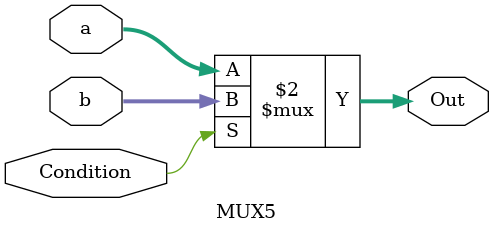
<source format=v>
module MUX5(a,b,Condition,Out);
	input [4:0] a,b;
	input Condition;
	output [4:0]Out;
	assign Out = (Condition==0) ? a:b;
endmodule

</source>
